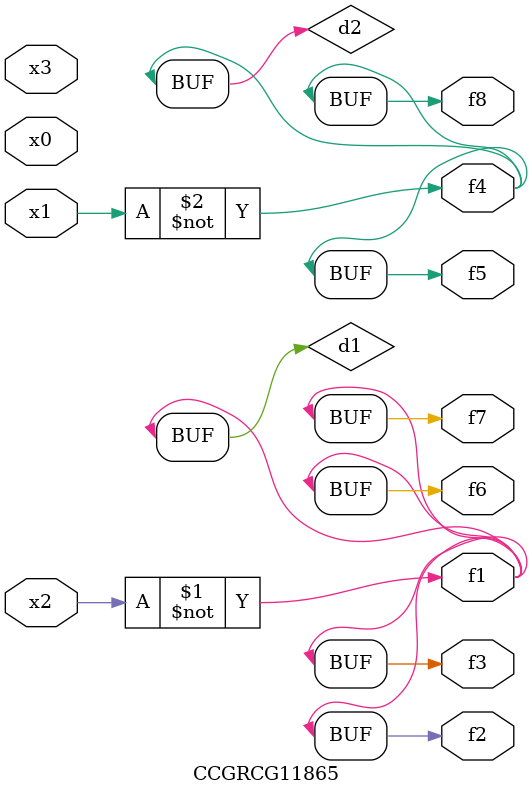
<source format=v>
module CCGRCG11865(
	input x0, x1, x2, x3,
	output f1, f2, f3, f4, f5, f6, f7, f8
);

	wire d1, d2;

	xnor (d1, x2);
	not (d2, x1);
	assign f1 = d1;
	assign f2 = d1;
	assign f3 = d1;
	assign f4 = d2;
	assign f5 = d2;
	assign f6 = d1;
	assign f7 = d1;
	assign f8 = d2;
endmodule

</source>
